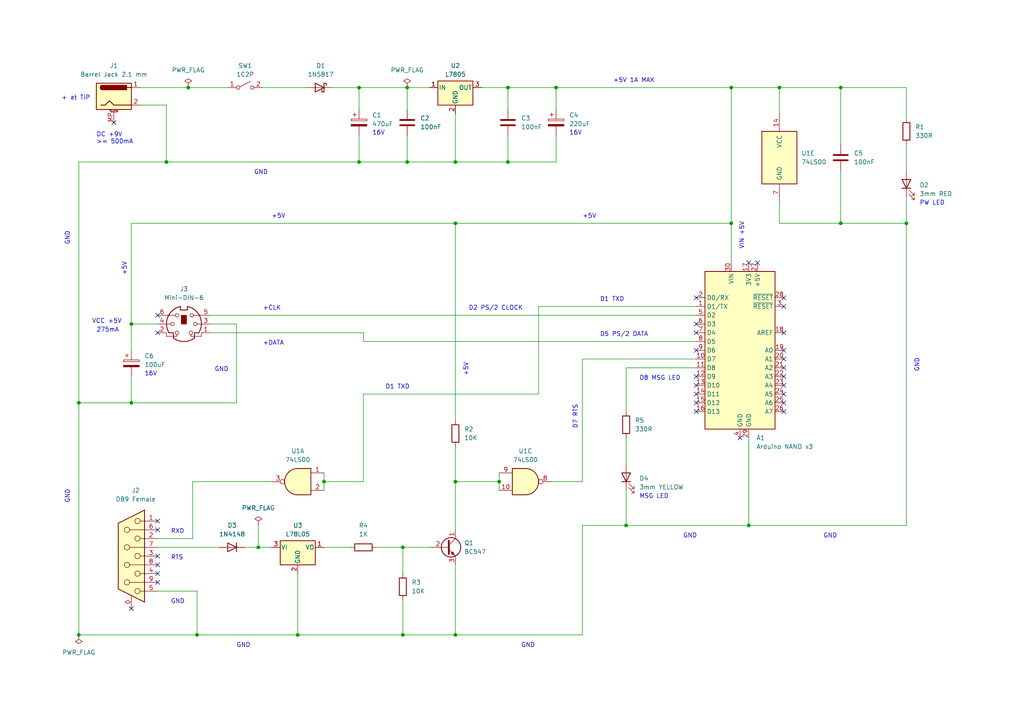
<source format=kicad_sch>
(kicad_sch (version 20230121) (generator eeschema)
  (paper "A4")
  (title_block (title "Mouse PS/2 to Serial Adapter") (date "2023-08-10") (rev "2") (company "Cesar Rincon") (comment 1 "NightFox & Co.") (comment 2 "nightfoxandco.com") (comment 3 "contact@nightfoxandco.com") (comment 4 "v1.0.1   -   \"Stand Alone\" version"))
  (lib_symbols
    (symbol "74xx:74LS00" (pin_names (offset 1.016))
      (property "Reference" "U" (at 0 1.27 0))
      (property "Value" "74LS00" (at 0 -1.27 0))
      (symbol "74LS00_1_1"
        (arc (start 0 -3.81) (mid 3.7934 0) (end 0 3.81) (stroke (width 0.254)) (fill (type background)))
        (polyline (pts (xy 0 3.81) (xy -3.81 3.81) (xy -3.81 -3.81) (xy 0 -3.81)) (stroke (width 0.254)) (fill (type background)))
        (pin input line (at -7.62 2.54 0) (length 3.81) (name "~") (number "1"))
        (pin input line (at -7.62 -2.54 0) (length 3.81) (name "~") (number "2"))
        (pin output inverted (at 7.62 0 180) (length 3.81) (name "~") (number "3"))
      )
      (symbol "74LS00_1_2"
        (arc (start -3.81 -3.81) (mid -2.589 0) (end -3.81 3.81) (stroke (width 0.254)))
        (arc (start -0.6096 -3.81) (mid 2.1842 -2.5851) (end 3.81 0) (stroke (width 0.254)) (fill (type background)))
        (polyline (pts (xy -3.81 -3.81) (xy -0.635 -3.81)) (stroke (width 0.254)) (fill (type background)))
        (polyline (pts (xy -3.81 3.81) (xy -0.635 3.81)) (stroke (width 0.254)) (fill (type background)))
        (polyline (pts (xy -0.635 3.81) (xy -3.81 3.81) (xy -3.81 3.81) (xy -3.556 3.4036) (xy -3.0226 2.2606) (xy -2.6924 1.0414) (xy -2.6162 -0.254) (xy -2.7686 -1.4986) (xy -3.175 -2.7178) (xy -3.81 -3.81) (xy -3.81 -3.81) (xy -0.635 -3.81)) (stroke (width -25.4)) (fill (type background)))
        (arc (start 3.81 0) (mid 2.1915 2.5936) (end -0.6096 3.81) (stroke (width 0.254)) (fill (type background)))
        (pin input inverted (at -7.62 2.54 0) (length 4.318) (name "~") (number "1"))
        (pin input inverted (at -7.62 -2.54 0) (length 4.318) (name "~") (number "2"))
        (pin output line (at 7.62 0 180) (length 3.81) (name "~") (number "3"))
      )
      (symbol "74LS00_2_1"
        (arc (start 0 -3.81) (mid 3.7934 0) (end 0 3.81) (stroke (width 0.254)) (fill (type background)))
        (polyline (pts (xy 0 3.81) (xy -3.81 3.81) (xy -3.81 -3.81) (xy 0 -3.81)) (stroke (width 0.254)) (fill (type background)))
        (pin input line (at -7.62 2.54 0) (length 3.81) (name "~") (number "4"))
        (pin input line (at -7.62 -2.54 0) (length 3.81) (name "~") (number "5"))
        (pin output inverted (at 7.62 0 180) (length 3.81) (name "~") (number "6"))
      )
      (symbol "74LS00_2_2"
        (arc (start -3.81 -3.81) (mid -2.589 0) (end -3.81 3.81) (stroke (width 0.254)))
        (arc (start -0.6096 -3.81) (mid 2.1842 -2.5851) (end 3.81 0) (stroke (width 0.254)) (fill (type background)))
        (polyline (pts (xy -3.81 -3.81) (xy -0.635 -3.81)) (stroke (width 0.254)) (fill (type background)))
        (polyline (pts (xy -3.81 3.81) (xy -0.635 3.81)) (stroke (width 0.254)) (fill (type background)))
        (polyline (pts (xy -0.635 3.81) (xy -3.81 3.81) (xy -3.81 3.81) (xy -3.556 3.4036) (xy -3.0226 2.2606) (xy -2.6924 1.0414) (xy -2.6162 -0.254) (xy -2.7686 -1.4986) (xy -3.175 -2.7178) (xy -3.81 -3.81) (xy -3.81 -3.81) (xy -0.635 -3.81)) (stroke (width -25.4)) (fill (type background)))
        (arc (start 3.81 0) (mid 2.1915 2.5936) (end -0.6096 3.81) (stroke (width 0.254)) (fill (type background)))
        (pin input inverted (at -7.62 2.54 0) (length 4.318) (name "~") (number "4"))
        (pin input inverted (at -7.62 -2.54 0) (length 4.318) (name "~") (number "5"))
        (pin output line (at 7.62 0 180) (length 3.81) (name "~") (number "6"))
      )
      (symbol "74LS00_3_1"
        (arc (start 0 -3.81) (mid 3.7934 0) (end 0 3.81) (stroke (width 0.254)) (fill (type background)))
        (polyline (pts (xy 0 3.81) (xy -3.81 3.81) (xy -3.81 -3.81) (xy 0 -3.81)) (stroke (width 0.254)) (fill (type background)))
        (pin input line (at -7.62 -2.54 0) (length 3.81) (name "~") (number "10"))
        (pin output inverted (at 7.62 0 180) (length 3.81) (name "~") (number "8"))
        (pin input line (at -7.62 2.54 0) (length 3.81) (name "~") (number "9"))
      )
      (symbol "74LS00_3_2"
        (arc (start -3.81 -3.81) (mid -2.589 0) (end -3.81 3.81) (stroke (width 0.254)))
        (arc (start -0.6096 -3.81) (mid 2.1842 -2.5851) (end 3.81 0) (stroke (width 0.254)) (fill (type background)))
        (polyline (pts (xy -3.81 -3.81) (xy -0.635 -3.81)) (stroke (width 0.254)) (fill (type background)))
        (polyline (pts (xy -3.81 3.81) (xy -0.635 3.81)) (stroke (width 0.254)) (fill (type background)))
        (polyline (pts (xy -0.635 3.81) (xy -3.81 3.81) (xy -3.81 3.81) (xy -3.556 3.4036) (xy -3.0226 2.2606) (xy -2.6924 1.0414) (xy -2.6162 -0.254) (xy -2.7686 -1.4986) (xy -3.175 -2.7178) (xy -3.81 -3.81) (xy -3.81 -3.81) (xy -0.635 -3.81)) (stroke (width -25.4)) (fill (type background)))
        (arc (start 3.81 0) (mid 2.1915 2.5936) (end -0.6096 3.81) (stroke (width 0.254)) (fill (type background)))
        (pin input inverted (at -7.62 -2.54 0) (length 4.318) (name "~") (number "10"))
        (pin output line (at 7.62 0 180) (length 3.81) (name "~") (number "8"))
        (pin input inverted (at -7.62 2.54 0) (length 4.318) (name "~") (number "9"))
      )
      (symbol "74LS00_4_1"
        (arc (start 0 -3.81) (mid 3.7934 0) (end 0 3.81) (stroke (width 0.254)) (fill (type background)))
        (polyline (pts (xy 0 3.81) (xy -3.81 3.81) (xy -3.81 -3.81) (xy 0 -3.81)) (stroke (width 0.254)) (fill (type background)))
        (pin output inverted (at 7.62 0 180) (length 3.81) (name "~") (number "11"))
        (pin input line (at -7.62 2.54 0) (length 3.81) (name "~") (number "12"))
        (pin input line (at -7.62 -2.54 0) (length 3.81) (name "~") (number "13"))
      )
      (symbol "74LS00_4_2"
        (arc (start -3.81 -3.81) (mid -2.589 0) (end -3.81 3.81) (stroke (width 0.254)))
        (arc (start -0.6096 -3.81) (mid 2.1842 -2.5851) (end 3.81 0) (stroke (width 0.254)) (fill (type background)))
        (polyline (pts (xy -3.81 -3.81) (xy -0.635 -3.81)) (stroke (width 0.254)) (fill (type background)))
        (polyline (pts (xy -3.81 3.81) (xy -0.635 3.81)) (stroke (width 0.254)) (fill (type background)))
        (polyline (pts (xy -0.635 3.81) (xy -3.81 3.81) (xy -3.81 3.81) (xy -3.556 3.4036) (xy -3.0226 2.2606) (xy -2.6924 1.0414) (xy -2.6162 -0.254) (xy -2.7686 -1.4986) (xy -3.175 -2.7178) (xy -3.81 -3.81) (xy -3.81 -3.81) (xy -0.635 -3.81)) (stroke (width -25.4)) (fill (type background)))
        (arc (start 3.81 0) (mid 2.1915 2.5936) (end -0.6096 3.81) (stroke (width 0.254)) (fill (type background)))
        (pin output line (at 7.62 0 180) (length 3.81) (name "~") (number "11"))
        (pin input inverted (at -7.62 2.54 0) (length 4.318) (name "~") (number "12"))
        (pin input inverted (at -7.62 -2.54 0) (length 4.318) (name "~") (number "13"))
      )
      (symbol "74LS00_5_0"
        (pin power_in line (at 0 12.7 270) (length 5.08) (name "VCC") (number "14"))
        (pin power_in line (at 0 -12.7 90) (length 5.08) (name "GND") (number "7"))
      )
      (symbol "74LS00_5_1"
        (rectangle (start -5.08 7.62) (end 5.08 -7.62) (stroke (width 0.254)) (fill (type background)))
      )
    )
    (symbol "Connector:Barrel_Jack_MountingPin" (pin_names hide)
      (property "Reference" "J" (at 0 5.334 0))
      (property "Value" "Barrel_Jack_MountingPin" (at 1.27 -6.35 0))
      (symbol "Barrel_Jack_MountingPin_0_1"
        (rectangle (start -5.08 3.81) (end 5.08 -3.81) (stroke (width 0.254)) (fill (type background)))
        (arc (start -3.302 3.175) (mid -3.9343 2.54) (end -3.302 1.905) (stroke (width 0.254)))
        (arc (start -3.302 3.175) (mid -3.9343 2.54) (end -3.302 1.905) (stroke (width 0.254)) (fill (type outline)))
        (polyline (pts (xy 5.08 2.54) (xy 3.81 2.54)) (stroke (width 0.254)))
        (polyline (pts (xy -3.81 -2.54) (xy -2.54 -2.54) (xy -1.27 -1.27) (xy 0 -2.54) (xy 2.54 -2.54) (xy 5.08 -2.54)) (stroke (width 0.254)))
        (rectangle (start 3.683 3.175) (end -3.302 1.905) (stroke (width 0.254)) (fill (type outline)))
      )
      (symbol "Barrel_Jack_MountingPin_1_1"
        (polyline (pts (xy -1.016 -4.572) (xy 1.016 -4.572)) (stroke (width 0.1524)))
        (text "Mounting" (at 0 -4.191 0) (effects (font (size 0.381 0.381))))
        (pin passive line (at 7.62 2.54 180) (length 2.54) (name "~") (number "1"))
        (pin passive line (at 7.62 -2.54 180) (length 2.54) (name "~") (number "2"))
        (pin passive line (at 0 -7.62 90) (length 3.048) (name "MountPin") (number "MP"))
      )
    )
    (symbol "Connector:DE9_Receptacle_MountingHoles" (pin_names (offset 1.016) hide)
      (property "Reference" "J" (at 0 16.51 0))
      (property "Value" "DE9_Receptacle_MountingHoles" (at 0 14.605 0))
      (symbol "DE9_Receptacle_MountingHoles_0_1"
        (circle (center -1.778 -10.16) (radius 0.762))
        (circle (center -1.778 -5.08) (radius 0.762))
        (circle (center -1.778 0) (radius 0.762))
        (circle (center -1.778 5.08) (radius 0.762))
        (circle (center -1.778 10.16) (radius 0.762))
        (polyline (pts (xy -3.81 -10.16) (xy -2.54 -10.16)))
        (polyline (pts (xy -3.81 -7.62) (xy 0.508 -7.62)))
        (polyline (pts (xy -3.81 -5.08) (xy -2.54 -5.08)))
        (polyline (pts (xy -3.81 -2.54) (xy 0.508 -2.54)))
        (polyline (pts (xy -3.81 0) (xy -2.54 0)))
        (polyline (pts (xy -3.81 2.54) (xy 0.508 2.54)))
        (polyline (pts (xy -3.81 5.08) (xy -2.54 5.08)))
        (polyline (pts (xy -3.81 7.62) (xy 0.508 7.62)))
        (polyline (pts (xy -3.81 10.16) (xy -2.54 10.16)))
        (polyline (pts (xy -3.81 13.335) (xy -3.81 -13.335) (xy 3.81 -9.525) (xy 3.81 9.525) (xy -3.81 13.335)) (stroke (width 0.254)) (fill (type background)))
        (circle (center 1.27 -7.62) (radius 0.762))
        (circle (center 1.27 -2.54) (radius 0.762))
        (circle (center 1.27 2.54) (radius 0.762))
        (circle (center 1.27 7.62) (radius 0.762))
      )
      (symbol "DE9_Receptacle_MountingHoles_1_1"
        (pin passive line (at 0 -15.24 90) (length 3.81) (name "PAD") (number "0"))
        (pin passive line (at -7.62 10.16 0) (length 3.81) (name "1") (number "1"))
        (pin passive line (at -7.62 5.08 0) (length 3.81) (name "2") (number "2"))
        (pin passive line (at -7.62 0 0) (length 3.81) (name "3") (number "3"))
        (pin passive line (at -7.62 -5.08 0) (length 3.81) (name "4") (number "4"))
        (pin passive line (at -7.62 -10.16 0) (length 3.81) (name "5") (number "5"))
        (pin passive line (at -7.62 7.62 0) (length 3.81) (name "6") (number "6"))
        (pin passive line (at -7.62 2.54 0) (length 3.81) (name "7") (number "7"))
        (pin passive line (at -7.62 -2.54 0) (length 3.81) (name "8") (number "8"))
        (pin passive line (at -7.62 -7.62 0) (length 3.81) (name "9") (number "9"))
      )
    )
    (symbol "Connector:Mini-DIN-6" (pin_names (offset 1.016))
      (property "Reference" "J" (at 0 6.35 0))
      (property "Value" "Mini-DIN-6" (at 0 -6.35 0))
      (symbol "Mini-DIN-6_0_1"
        (circle (center -3.302 0) (radius 0.508))
        (arc (start -3.048 -4.064) (mid 0 -5.08) (end 3.048 -4.064) (stroke (width 0.254)))
        (circle (center -2.032 -2.54) (radius 0.508))
        (circle (center -2.032 2.54) (radius 0.508))
        (arc (start -1.016 5.08) (mid -4.6228 2.1214) (end -4.318 -2.54) (stroke (width 0.254)))
        (rectangle (start -0.762 2.54) (end 0.762 0) (fill (type outline)))
        (polyline (pts (xy -3.81 0) (xy -5.08 0)))
        (polyline (pts (xy -2.54 2.54) (xy -5.08 2.54)))
        (polyline (pts (xy 2.794 2.54) (xy 5.08 2.54)))
        (polyline (pts (xy 5.08 0) (xy 3.81 0)))
        (polyline (pts (xy -4.318 -2.54) (xy -3.048 -2.54) (xy -3.048 -4.064)) (stroke (width 0.254)))
        (polyline (pts (xy 4.318 -2.54) (xy 3.048 -2.54) (xy 3.048 -4.064)) (stroke (width 0.254)))
        (polyline (pts (xy -2.032 -3.048) (xy -2.032 -3.556) (xy -5.08 -3.556) (xy -5.08 -2.54)))
        (polyline (pts (xy -1.016 5.08) (xy -1.016 4.064) (xy 1.016 4.064) (xy 1.016 5.08)) (stroke (width 0.254)))
        (polyline (pts (xy 2.032 -3.048) (xy 2.032 -3.556) (xy 5.08 -3.556) (xy 5.08 -2.54)))
        (circle (center 2.032 -2.54) (radius 0.508))
        (circle (center 2.286 2.54) (radius 0.508))
        (circle (center 3.302 0) (radius 0.508))
        (arc (start 4.318 -2.54) (mid 4.6661 2.1322) (end 1.016 5.08) (stroke (width 0.254)))
      )
      (symbol "Mini-DIN-6_1_1"
        (pin passive line (at 7.62 -2.54 180) (length 2.54) (name "~") (number "1"))
        (pin passive line (at -7.62 -2.54 0) (length 2.54) (name "~") (number "2"))
        (pin passive line (at 7.62 0 180) (length 2.54) (name "~") (number "3"))
        (pin passive line (at -7.62 0 0) (length 2.54) (name "~") (number "4"))
        (pin passive line (at 7.62 2.54 180) (length 2.54) (name "~") (number "5"))
        (pin passive line (at -7.62 2.54 0) (length 2.54) (name "~") (number "6"))
      )
    )
    (symbol "Device:C" (pin_numbers hide) (pin_names (offset 0.254))
      (property "Reference" "C" (at 0.635 2.54 0))
      (property "Value" "C" (at 0.635 -2.54 0))
      (symbol "C_0_1"
        (polyline (pts (xy -2.032 -0.762) (xy 2.032 -0.762)) (stroke (width 0.508)))
        (polyline (pts (xy -2.032 0.762) (xy 2.032 0.762)) (stroke (width 0.508)))
      )
      (symbol "C_1_1"
        (pin passive line (at 0 3.81 270) (length 2.794) (name "~") (number "1"))
        (pin passive line (at 0 -3.81 90) (length 2.794) (name "~") (number "2"))
      )
    )
    (symbol "Device:C_Polarized" (pin_numbers hide) (pin_names (offset 0.254))
      (property "Reference" "C" (at 0.635 2.54 0))
      (property "Value" "C_Polarized" (at 0.635 -2.54 0))
      (symbol "C_Polarized_0_1"
        (rectangle (start -2.286 0.508) (end 2.286 1.016))
        (polyline (pts (xy -1.778 2.286) (xy -0.762 2.286)))
        (polyline (pts (xy -1.27 2.794) (xy -1.27 1.778)))
        (rectangle (start 2.286 -0.508) (end -2.286 -1.016) (fill (type outline)))
      )
      (symbol "C_Polarized_1_1"
        (pin passive line (at 0 3.81 270) (length 2.794) (name "~") (number "1"))
        (pin passive line (at 0 -3.81 90) (length 2.794) (name "~") (number "2"))
      )
    )
    (symbol "Device:LED" (pin_numbers hide) (pin_names (offset 1.016) hide)
      (property "Reference" "D" (at 0 2.54 0))
      (property "Value" "LED" (at 0 -2.54 0))
      (symbol "LED_0_1"
        (polyline (pts (xy -1.27 -1.27) (xy -1.27 1.27)) (stroke (width 0.254)))
        (polyline (pts (xy -1.27 0) (xy 1.27 0)))
        (polyline (pts (xy 1.27 -1.27) (xy 1.27 1.27) (xy -1.27 0) (xy 1.27 -1.27)) (stroke (width 0.254)))
        (polyline (pts (xy -3.048 -0.762) (xy -4.572 -2.286) (xy -3.81 -2.286) (xy -4.572 -2.286) (xy -4.572 -1.524)))
        (polyline (pts (xy -1.778 -0.762) (xy -3.302 -2.286) (xy -2.54 -2.286) (xy -3.302 -2.286) (xy -3.302 -1.524)))
      )
      (symbol "LED_1_1"
        (pin passive line (at -3.81 0 0) (length 2.54) (name "K") (number "1"))
        (pin passive line (at 3.81 0 180) (length 2.54) (name "A") (number "2"))
      )
    )
    (symbol "Device:R" (pin_numbers hide) (pin_names (offset 0))
      (property "Reference" "R" (at 2.032 0 90))
      (property "Value" "R" (at 0 0 90))
      (symbol "R_0_1"
        (rectangle (start -1.016 -2.54) (end 1.016 2.54) (stroke (width 0.254)))
      )
      (symbol "R_1_1"
        (pin passive line (at 0 3.81 270) (length 1.27) (name "~") (number "1"))
        (pin passive line (at 0 -3.81 90) (length 1.27) (name "~") (number "2"))
      )
    )
    (symbol "Diode:1N4148" (pin_numbers hide) (pin_names hide)
      (property "Reference" "D" (at 0 2.54 0))
      (property "Value" "1N4148" (at 0 -2.54 0))
      (symbol "1N4148_0_1"
        (polyline (pts (xy -1.27 1.27) (xy -1.27 -1.27)) (stroke (width 0.254)))
        (polyline (pts (xy 1.27 0) (xy -1.27 0)))
        (polyline (pts (xy 1.27 1.27) (xy 1.27 -1.27) (xy -1.27 0) (xy 1.27 1.27)) (stroke (width 0.254)))
      )
      (symbol "1N4148_1_1"
        (pin passive line (at -3.81 0 0) (length 2.54) (name "K") (number "1"))
        (pin passive line (at 3.81 0 180) (length 2.54) (name "A") (number "2"))
      )
    )
    (symbol "Diode:1N5817" (pin_numbers hide) (pin_names (offset 1.016) hide)
      (property "Reference" "D" (at 0 2.54 0))
      (property "Value" "1N5817" (at 0 -2.54 0))
      (symbol "1N5817_0_1"
        (polyline (pts (xy 1.27 0) (xy -1.27 0)))
        (polyline (pts (xy 1.27 1.27) (xy 1.27 -1.27) (xy -1.27 0) (xy 1.27 1.27)) (stroke (width 0.254)))
        (polyline (pts (xy -1.905 0.635) (xy -1.905 1.27) (xy -1.27 1.27) (xy -1.27 -1.27) (xy -0.635 -1.27) (xy -0.635 -0.635)) (stroke (width 0.254)))
      )
      (symbol "1N5817_1_1"
        (pin passive line (at -3.81 0 0) (length 2.54) (name "K") (number "1"))
        (pin passive line (at 3.81 0 180) (length 2.54) (name "A") (number "2"))
      )
    )
    (symbol "MCU_Module:Arduino_Nano_v3.x"
      (property "Reference" "A" (at -10.16 23.495 0))
      (property "Value" "Arduino_Nano_v3.x" (at 5.08 -24.13 0))
      (symbol "Arduino_Nano_v3.x_0_1"
        (rectangle (start -10.16 22.86) (end 10.16 -22.86) (stroke (width 0.254)) (fill (type background)))
      )
      (symbol "Arduino_Nano_v3.x_1_1"
        (pin bidirectional line (at -12.7 12.7 0) (length 2.54) (name "D1/TX") (number "1"))
        (pin bidirectional line (at -12.7 -2.54 0) (length 2.54) (name "D7") (number "10"))
        (pin bidirectional line (at -12.7 -5.08 0) (length 2.54) (name "D8") (number "11"))
        (pin bidirectional line (at -12.7 -7.62 0) (length 2.54) (name "D9") (number "12"))
        (pin bidirectional line (at -12.7 -10.16 0) (length 2.54) (name "D10") (number "13"))
        (pin bidirectional line (at -12.7 -12.7 0) (length 2.54) (name "D11") (number "14"))
        (pin bidirectional line (at -12.7 -15.24 0) (length 2.54) (name "D12") (number "15"))
        (pin bidirectional line (at -12.7 -17.78 0) (length 2.54) (name "D13") (number "16"))
        (pin power_out line (at 2.54 25.4 270) (length 2.54) (name "3V3") (number "17"))
        (pin input line (at 12.7 5.08 180) (length 2.54) (name "AREF") (number "18"))
        (pin bidirectional line (at 12.7 0 180) (length 2.54) (name "A0") (number "19"))
        (pin bidirectional line (at -12.7 15.24 0) (length 2.54) (name "D0/RX") (number "2"))
        (pin bidirectional line (at 12.7 -2.54 180) (length 2.54) (name "A1") (number "20"))
        (pin bidirectional line (at 12.7 -5.08 180) (length 2.54) (name "A2") (number "21"))
        (pin bidirectional line (at 12.7 -7.62 180) (length 2.54) (name "A3") (number "22"))
        (pin bidirectional line (at 12.7 -10.16 180) (length 2.54) (name "A4") (number "23"))
        (pin bidirectional line (at 12.7 -12.7 180) (length 2.54) (name "A5") (number "24"))
        (pin bidirectional line (at 12.7 -15.24 180) (length 2.54) (name "A6") (number "25"))
        (pin bidirectional line (at 12.7 -17.78 180) (length 2.54) (name "A7") (number "26"))
        (pin power_out line (at 5.08 25.4 270) (length 2.54) (name "+5V") (number "27"))
        (pin input line (at 12.7 15.24 180) (length 2.54) (name "~{RESET}") (number "28"))
        (pin power_in line (at 2.54 -25.4 90) (length 2.54) (name "GND") (number "29"))
        (pin input line (at 12.7 12.7 180) (length 2.54) (name "~{RESET}") (number "3"))
        (pin power_in line (at -2.54 25.4 270) (length 2.54) (name "VIN") (number "30"))
        (pin power_in line (at 0 -25.4 90) (length 2.54) (name "GND") (number "4"))
        (pin bidirectional line (at -12.7 10.16 0) (length 2.54) (name "D2") (number "5"))
        (pin bidirectional line (at -12.7 7.62 0) (length 2.54) (name "D3") (number "6"))
        (pin bidirectional line (at -12.7 5.08 0) (length 2.54) (name "D4") (number "7"))
        (pin bidirectional line (at -12.7 2.54 0) (length 2.54) (name "D5") (number "8"))
        (pin bidirectional line (at -12.7 0 0) (length 2.54) (name "D6") (number "9"))
      )
    )
    (symbol "Regulator_Linear:L7805" (pin_names (offset 0.254))
      (property "Reference" "U" (at -3.81 3.175 0))
      (property "Value" "L7805" (at 0 3.175 0))
      (symbol "L7805_0_1"
        (rectangle (start -5.08 1.905) (end 5.08 -5.08) (stroke (width 0.254)) (fill (type background)))
      )
      (symbol "L7805_1_1"
        (pin power_in line (at -7.62 0 0) (length 2.54) (name "IN") (number "1"))
        (pin power_in line (at 0 -7.62 90) (length 2.54) (name "GND") (number "2"))
        (pin power_out line (at 7.62 0 180) (length 2.54) (name "OUT") (number "3"))
      )
    )
    (symbol "Regulator_Linear:L78L05_TO92" (pin_names (offset 0.254))
      (property "Reference" "U" (at -3.81 3.175 0))
      (property "Value" "L78L05_TO92" (at 0 3.175 0))
      (symbol "L78L05_TO92_0_1"
        (rectangle (start -5.08 -5.08) (end 5.08 1.905) (stroke (width 0.254)) (fill (type background)))
      )
      (symbol "L78L05_TO92_1_1"
        (pin power_out line (at 7.62 0 180) (length 2.54) (name "VO") (number "1"))
        (pin power_in line (at 0 -7.62 90) (length 2.54) (name "GND") (number "2"))
        (pin power_in line (at -7.62 0 0) (length 2.54) (name "VI") (number "3"))
      )
    )
    (symbol "Switch:SW_SPST" (pin_names (offset 0) hide)
      (property "Reference" "SW" (at 0 3.175 0))
      (property "Value" "SW_SPST" (at 0 -2.54 0))
      (symbol "SW_SPST_0_0"
        (circle (center -2.032 0) (radius 0.508))
        (polyline (pts (xy -1.524 0.254) (xy 1.524 1.778)))
        (circle (center 2.032 0) (radius 0.508))
      )
      (symbol "SW_SPST_1_1"
        (pin passive line (at -5.08 0 0) (length 2.54) (name "A") (number "1"))
        (pin passive line (at 5.08 0 180) (length 2.54) (name "B") (number "2"))
      )
    )
    (symbol "Transistor_BJT:BC547" (pin_names (offset 0) hide)
      (property "Reference" "Q" (at 5.08 1.905 0))
      (property "Value" "BC547" (at 5.08 0 0))
      (symbol "BC547_0_1"
        (polyline (pts (xy 0 0) (xy 0.635 0)))
        (polyline (pts (xy 0.635 0.635) (xy 2.54 2.54)))
        (polyline (pts (xy 0.635 -0.635) (xy 2.54 -2.54) (xy 2.54 -2.54)))
        (polyline (pts (xy 0.635 1.905) (xy 0.635 -1.905) (xy 0.635 -1.905)) (stroke (width 0.508)))
        (polyline (pts (xy 1.27 -1.778) (xy 1.778 -1.27) (xy 2.286 -2.286) (xy 1.27 -1.778) (xy 1.27 -1.778)) (fill (type outline)))
        (circle (center 1.27 0) (radius 2.8194) (stroke (width 0.254)))
      )
      (symbol "BC547_1_1"
        (pin passive line (at 2.54 5.08 270) (length 2.54) (name "C") (number "1"))
        (pin input line (at -5.08 0 0) (length 5.08) (name "B") (number "2"))
        (pin passive line (at 2.54 -5.08 90) (length 2.54) (name "E") (number "3"))
      )
    )
    (symbol "power:PWR_FLAG" (power) (pin_numbers hide) (pin_names (offset 0) hide)
      (property "Value" "PWR_FLAG" (at 0 3.81 0))
      (symbol "PWR_FLAG_0_0"
        (pin power_out line (at 0 0 90) (length 0) (name "pwr") (number "1"))
      )
      (symbol "PWR_FLAG_0_1"
        (polyline (pts (xy 0 0) (xy 0 1.27) (xy -1.016 1.905) (xy 0 2.54) (xy 1.016 1.905) (xy 0 1.27)))
      )
    )
  )
  (junction (at 262.89 64.77))
  (junction (at 118.11 46.99))
  (junction (at 144.78 139.7))
  (junction (at 104.14 46.99))
  (junction (at 38.1 93.98))
  (junction (at 54.61 25.4))
  (junction (at 212.09 64.77))
  (junction (at 181.61 152.4))
  (junction (at 104.14 25.4))
  (junction (at 93.98 139.7))
  (junction (at 212.09 25.4))
  (junction (at 132.08 184.15))
  (junction (at 116.84 158.75))
  (junction (at 118.11 25.4))
  (junction (at 48.26 46.99))
  (junction (at 161.29 25.4))
  (junction (at 38.1 116.84))
  (junction (at 132.08 46.99))
  (junction (at 132.08 64.77))
  (junction (at 147.32 46.99))
  (junction (at 74.93 158.75))
  (junction (at 57.15 184.15))
  (junction (at 243.84 25.4))
  (junction (at 243.84 64.77))
  (junction (at 132.08 139.7))
  (junction (at 116.84 184.15))
  (junction (at 226.06 25.4))
  (junction (at 86.36 184.15))
  (junction (at 217.17 152.4))
  (junction (at 147.32 25.4))
  (junction (at 22.86 116.84))
  (junction (at 22.86 184.15))
  (no_connect (at 219.71 76.2))
  (no_connect (at 227.33 114.3))
  (no_connect (at 33.02 35.56))
  (no_connect (at 227.33 104.14))
  (no_connect (at 45.72 153.67))
  (no_connect (at 45.72 163.83))
  (no_connect (at 227.33 119.38))
  (no_connect (at 227.33 88.9))
  (no_connect (at 45.72 91.44))
  (no_connect (at 201.93 96.52))
  (no_connect (at 227.33 96.52))
  (no_connect (at 217.17 76.2))
  (no_connect (at 45.72 168.91))
  (no_connect (at 45.72 166.37))
  (no_connect (at 227.33 86.36))
  (no_connect (at 201.93 114.3))
  (no_connect (at 45.72 161.29))
  (no_connect (at 227.33 116.84))
  (no_connect (at 201.93 111.76))
  (no_connect (at 214.63 127))
  (no_connect (at 227.33 101.6))
  (no_connect (at 201.93 86.36))
  (no_connect (at 227.33 106.68))
  (no_connect (at 201.93 119.38))
  (no_connect (at 227.33 111.76))
  (no_connect (at 201.93 93.98))
  (no_connect (at 201.93 109.22))
  (no_connect (at 45.72 151.13))
  (no_connect (at 227.33 109.22))
  (no_connect (at 201.93 101.6))
  (no_connect (at 38.1 176.53))
  (no_connect (at 201.93 116.84))
  (no_connect (at 45.72 96.52))
  (wire (pts (xy 243.84 64.77) (xy 262.89 64.77)))
  (wire (pts (xy 139.7 25.4) (xy 147.32 25.4)))
  (wire (pts (xy 68.58 93.98) (xy 68.58 116.84)))
  (wire (pts (xy 160.02 139.7) (xy 168.91 139.7)))
  (wire (pts (xy 22.86 116.84) (xy 22.86 184.15)))
  (wire (pts (xy 132.08 64.77) (xy 212.09 64.77)))
  (wire (pts (xy 109.22 158.75) (xy 116.84 158.75)))
  (wire (pts (xy 144.78 137.16) (xy 144.78 139.7)))
  (wire (pts (xy 132.08 139.7) (xy 144.78 139.7)))
  (wire (pts (xy 55.88 139.7) (xy 78.74 139.7)))
  (wire (pts (xy 118.11 46.99) (xy 132.08 46.99)))
  (wire (pts (xy 262.89 25.4) (xy 262.89 34.29)))
  (wire (pts (xy 226.06 64.77) (xy 243.84 64.77)))
  (wire (pts (xy 147.32 25.4) (xy 147.32 31.75)))
  (wire (pts (xy 212.09 25.4) (xy 226.06 25.4)))
  (wire (pts (xy 132.08 64.77) (xy 132.08 121.92)))
  (wire (pts (xy 118.11 25.4) (xy 124.46 25.4)))
  (wire (pts (xy 76.2 25.4) (xy 88.9 25.4)))
  (wire (pts (xy 93.98 137.16) (xy 93.98 139.7)))
  (wire (pts (xy 104.14 46.99) (xy 118.11 46.99)))
  (wire (pts (xy 168.91 104.14) (xy 201.93 104.14)))
  (wire (pts (xy 161.29 25.4) (xy 161.29 31.75)))
  (wire (pts (xy 243.84 25.4) (xy 262.89 25.4)))
  (wire (pts (xy 181.61 127) (xy 181.61 134.62)))
  (wire (pts (xy 74.93 152.4) (xy 74.93 158.75)))
  (wire (pts (xy 118.11 25.4) (xy 118.11 31.75)))
  (wire (pts (xy 45.72 158.75) (xy 63.5 158.75)))
  (wire (pts (xy 45.72 156.21) (xy 55.88 156.21)))
  (wire (pts (xy 38.1 109.22) (xy 38.1 116.84)))
  (wire (pts (xy 74.93 158.75) (xy 78.74 158.75)))
  (wire (pts (xy 132.08 46.99) (xy 132.08 33.02)))
  (wire (pts (xy 71.12 158.75) (xy 74.93 158.75)))
  (wire (pts (xy 45.72 171.45) (xy 57.15 171.45)))
  (wire (pts (xy 116.84 184.15) (xy 132.08 184.15)))
  (wire (pts (xy 118.11 46.99) (xy 118.11 39.37)))
  (wire (pts (xy 156.21 114.3) (xy 156.21 88.9)))
  (wire (pts (xy 105.41 114.3) (xy 105.41 139.7)))
  (wire (pts (xy 201.93 106.68) (xy 181.61 106.68)))
  (wire (pts (xy 132.08 139.7) (xy 132.08 129.54)))
  (wire (pts (xy 168.91 139.7) (xy 168.91 104.14)))
  (wire (pts (xy 217.17 127) (xy 217.17 152.4)))
  (wire (pts (xy 60.96 93.98) (xy 68.58 93.98)))
  (wire (pts (xy 262.89 64.77) (xy 262.89 57.15)))
  (wire (pts (xy 38.1 64.77) (xy 132.08 64.77)))
  (wire (pts (xy 104.14 25.4) (xy 118.11 25.4)))
  (wire (pts (xy 132.08 184.15) (xy 168.91 184.15)))
  (wire (pts (xy 105.41 99.06) (xy 201.93 99.06)))
  (wire (pts (xy 57.15 184.15) (xy 86.36 184.15)))
  (wire (pts (xy 38.1 93.98) (xy 38.1 101.6)))
  (wire (pts (xy 93.98 139.7) (xy 93.98 142.24)))
  (wire (pts (xy 243.84 25.4) (xy 243.84 41.91)))
  (wire (pts (xy 48.26 46.99) (xy 22.86 46.99)))
  (wire (pts (xy 147.32 46.99) (xy 147.32 39.37)))
  (wire (pts (xy 226.06 58.42) (xy 226.06 64.77)))
  (wire (pts (xy 57.15 171.45) (xy 57.15 184.15)))
  (wire (pts (xy 262.89 152.4) (xy 262.89 64.77)))
  (wire (pts (xy 38.1 64.77) (xy 38.1 93.98)))
  (wire (pts (xy 60.96 91.44) (xy 201.93 91.44)))
  (wire (pts (xy 86.36 166.37) (xy 86.36 184.15)))
  (wire (pts (xy 156.21 88.9) (xy 201.93 88.9)))
  (wire (pts (xy 22.86 116.84) (xy 38.1 116.84)))
  (wire (pts (xy 38.1 116.84) (xy 68.58 116.84)))
  (wire (pts (xy 38.1 93.98) (xy 45.72 93.98)))
  (wire (pts (xy 40.64 25.4) (xy 54.61 25.4)))
  (wire (pts (xy 161.29 25.4) (xy 212.09 25.4)))
  (wire (pts (xy 93.98 158.75) (xy 101.6 158.75)))
  (wire (pts (xy 22.86 184.15) (xy 57.15 184.15)))
  (wire (pts (xy 262.89 41.91) (xy 262.89 49.53)))
  (wire (pts (xy 181.61 152.4) (xy 217.17 152.4)))
  (wire (pts (xy 48.26 46.99) (xy 104.14 46.99)))
  (wire (pts (xy 212.09 64.77) (xy 212.09 76.2)))
  (wire (pts (xy 147.32 25.4) (xy 161.29 25.4)))
  (wire (pts (xy 168.91 152.4) (xy 181.61 152.4)))
  (wire (pts (xy 168.91 152.4) (xy 168.91 184.15)))
  (wire (pts (xy 161.29 46.99) (xy 161.29 39.37)))
  (wire (pts (xy 116.84 158.75) (xy 116.84 166.37)))
  (wire (pts (xy 55.88 156.21) (xy 55.88 139.7)))
  (wire (pts (xy 144.78 139.7) (xy 144.78 142.24)))
  (wire (pts (xy 181.61 152.4) (xy 181.61 142.24)))
  (wire (pts (xy 104.14 25.4) (xy 104.14 31.75)))
  (wire (pts (xy 226.06 25.4) (xy 226.06 33.02)))
  (wire (pts (xy 132.08 163.83) (xy 132.08 184.15)))
  (wire (pts (xy 105.41 96.52) (xy 105.41 99.06)))
  (wire (pts (xy 116.84 158.75) (xy 124.46 158.75)))
  (wire (pts (xy 116.84 173.99) (xy 116.84 184.15)))
  (wire (pts (xy 40.64 30.48) (xy 48.26 30.48)))
  (wire (pts (xy 132.08 46.99) (xy 147.32 46.99)))
  (wire (pts (xy 132.08 139.7) (xy 132.08 153.67)))
  (wire (pts (xy 96.52 25.4) (xy 104.14 25.4)))
  (wire (pts (xy 93.98 139.7) (xy 105.41 139.7)))
  (wire (pts (xy 86.36 184.15) (xy 116.84 184.15)))
  (wire (pts (xy 243.84 49.53) (xy 243.84 64.77)))
  (wire (pts (xy 217.17 152.4) (xy 262.89 152.4)))
  (wire (pts (xy 181.61 106.68) (xy 181.61 119.38)))
  (wire (pts (xy 104.14 39.37) (xy 104.14 46.99)))
  (wire (pts (xy 147.32 46.99) (xy 161.29 46.99)))
  (wire (pts (xy 48.26 30.48) (xy 48.26 46.99)))
  (wire (pts (xy 212.09 25.4) (xy 212.09 64.77)))
  (wire (pts (xy 54.61 25.4) (xy 66.04 25.4)))
  (wire (pts (xy 226.06 25.4) (xy 243.84 25.4)))
  (wire (pts (xy 60.96 96.52) (xy 105.41 96.52)))
  (wire (pts (xy 22.86 46.99) (xy 22.86 116.84)))
  (wire (pts (xy 105.41 114.3) (xy 156.21 114.3)))
  (text "+CLK" (at 76.2 90.17 0) (effects (font (size 1.27 1.27)) (justify left bottom)))
  (text "PW LED" (at 266.7 59.69 0) (effects (font (size 1.27 1.27)) (justify left bottom)))
  (text "GND" (at 62.23 107.95 0) (effects (font (size 1.27 1.27)) (justify left bottom)))
  (text "GND" (at 266.7 107.95 90) (effects (font (size 1.27 1.27)) (justify left bottom)))
  (text "16V" (at 165.1 39.37 0) (effects (font (size 1.27 1.27)) (justify left bottom)))
  (text "VCC +5V" (at 26.67 93.98 0) (effects (font (size 1.27 1.27)) (justify left bottom)))
  (text "16V" (at 41.91 109.22 0) (effects (font (size 1.27 1.27)) (justify left bottom)))
  (text "GND" (at 20.32 71.12 90) (effects (font (size 1.27 1.27)) (justify left bottom)))
  (text "MSG LED" (at 185.42 144.78 0) (effects (font (size 1.27 1.27)) (justify left bottom)))
  (text "+5V" (at 135.89 109.22 90) (effects (font (size 1.27 1.27)) (justify left bottom)))
  (text "D8 MSG LED" (at 185.42 110.49 0) (effects (font (size 1.27 1.27)) (justify left bottom)))
  (text "DC +9V\n>= 500mA" (at 27.94 41.91 0) (effects (font (size 1.27 1.27)) (justify left bottom)))
  (text "GND" (at 198.12 156.21 0) (effects (font (size 1.27 1.27)) (justify left bottom)))
  (text "RTS" (at 49.53 162.56 0) (effects (font (size 1.27 1.27)) (justify left bottom)))
  (text "D5 PS/2 DATA" (at 173.99 97.79 0) (effects (font (size 1.27 1.27)) (justify left bottom)))
  (text "D1 TXD" (at 173.99 87.63 0) (effects (font (size 1.27 1.27)) (justify left bottom)))
  (text "D1 TXD" (at 111.76 113.03 0) (effects (font (size 1.27 1.27)) (justify left bottom)))
  (text "D2 PS/2 CLOCK" (at 135.89 90.17 0) (effects (font (size 1.27 1.27)) (justify left bottom)))
  (text "GND" (at 68.58 187.96 0) (effects (font (size 1.27 1.27)) (justify left bottom)))
  (text "+5V" (at 36.83 80.01 90) (effects (font (size 1.27 1.27)) (justify left bottom)))
  (text "GND" (at 151.13 187.96 0) (effects (font (size 1.27 1.27)) (justify left bottom)))
  (text "GND" (at 49.53 175.26 0) (effects (font (size 1.27 1.27)) (justify left bottom)))
  (text "+ at TIP" (at 17.78 29.21 0) (effects (font (size 1.27 1.27)) (justify left bottom)))
  (text "16V" (at 107.95 39.37 0) (effects (font (size 1.27 1.27)) (justify left bottom)))
  (text "VIN +5V" (at 215.9 72.39 90) (effects (font (size 1.27 1.27)) (justify left bottom)))
  (text "RXD" (at 49.53 154.94 0) (effects (font (size 1.27 1.27)) (justify left bottom)))
  (text "D7 RTS" (at 167.64 124.46 90) (effects (font (size 1.27 1.27)) (justify left bottom)))
  (text "GND" (at 20.32 146.05 90) (effects (font (size 1.27 1.27)) (justify left bottom)))
  (text "+5V 1A MAX" (at 177.8 24.13 0) (effects (font (size 1.27 1.27)) (justify left bottom)))
  (text "+DATA" (at 76.2 100.33 0) (effects (font (size 1.27 1.27)) (justify left bottom)))
  (text "GND" (at 238.76 156.21 0) (effects (font (size 1.27 1.27)) (justify left bottom)))
  (text "+5V" (at 168.91 63.5 0) (effects (font (size 1.27 1.27)) (justify left bottom)))
  (text "275mA" (at 27.94 96.52 0) (effects (font (size 1.27 1.27)) (justify left bottom)))
  (text "+5V" (at 78.74 63.5 0) (effects (font (size 1.27 1.27)) (justify left bottom)))
  (text "GND" (at 73.66 50.8 0) (effects (font (size 1.27 1.27)) (justify left bottom)))
  (symbol (lib_id "Device:C") (at 243.84 45.72 0) (unit 1)
    (property "Reference" "C5" (at 247.65 44.45 0) (effects (justify left)))
    (property "Value" "100nF" (at 247.65 46.99 0) (effects (justify left)))
    (property "Footprint" "Capacitor_THT:C_Disc_D6.0mm_W2.5mm_P5.00mm" (effects hide))
  )
  (symbol (lib_id "Device:R") (at 262.89 38.1 0) (unit 1)
    (property "Reference" "R1" (at 265.43 36.83 0) (effects (justify left)))
    (property "Value" "330R" (at 265.43 39.37 0) (effects (justify left)))
    (property "Footprint" "Resistor_THT:R_Axial_DIN0207_L6.3mm_D2.5mm_P7.62mm_Horizontal" (effects hide))
  )
  (symbol (lib_id "Diode:1N5817") (at 92.71 25.4 0) (mirror y) (unit 1)
    (property "Reference" "D1" (at 93.0275 19.05 0))
    (property "Value" "1N5817" (at 93.0275 21.59 0))
    (property "Footprint" "Diode_THT:D_DO-41_SOD81_P10.16mm_Horizontal" (effects hide))
    (property "Datasheet" "http://www.vishay.com/docs/88525/1n5817.pdf" (effects hide))
  )
  (symbol (lib_id "Transistor_BJT:BC547") (at 129.54 158.75 0) (unit 1)
    (property "Reference" "Q1" (at 134.62 157.48 0) (effects (justify left)))
    (property "Value" "BC547" (at 134.62 160.02 0) (effects (justify left)))
    (property "Footprint" "Package_TO_SOT_THT:TO-92_Inline" (effects hide))
    (property "Datasheet" "https://www.onsemi.com/pub/Collateral/BC550-D.pdf" (effects hide))
  )
  (symbol (lib_id "Device:C") (at 147.32 35.56 0) (unit 1)
    (property "Reference" "C3" (at 151.13 34.29 0) (effects (justify left)))
    (property "Value" "100nF" (at 151.13 36.83 0) (effects (justify left)))
    (property "Footprint" "Capacitor_THT:C_Disc_D6.0mm_W2.5mm_P5.00mm" (effects hide))
  )
  (symbol (lib_id "Device:C_Polarized") (at 38.1 105.41 0) (unit 1)
    (property "Reference" "C6" (at 41.91 103.251 0) (effects (justify left)))
    (property "Value" "100uF" (at 41.91 105.791 0) (effects (justify left)))
    (property "Footprint" "Capacitor_THT:CP_Radial_D8.0mm_P3.80mm" (effects hide))
  )
  (symbol (lib_id "MCU_Module:Arduino_Nano_v3.x") (at 214.63 101.6 0) (unit 1)
    (property "Reference" "A1" (at 219.3641 127 0) (effects (justify left)))
    (property "Value" "Arduino NANO v3" (at 219.3641 129.54 0) (effects (justify left)))
    (property "Footprint" "Module:Arduino_Nano" (effects hide))
    (property "Datasheet" "http://www.mouser.com/pdfdocs/Gravitech_Arduino_Nano3_0.pdf" (effects hide))
  )
  (symbol (lib_id "Device:C_Polarized") (at 104.14 35.56 0) (unit 1)
    (property "Reference" "C1" (at 107.95 33.401 0) (effects (justify left)))
    (property "Value" "470uF" (at 107.95 35.941 0) (effects (justify left)))
    (property "Footprint" "Capacitor_THT:CP_Radial_D8.0mm_P3.80mm" (effects hide))
  )
  (symbol (lib_id "Connector:Barrel_Jack_MountingPin") (at 33.02 27.94 0) (unit 1)
    (property "Reference" "J1" (at 33.02 19.05 0))
    (property "Value" "Barrel Jack 2.1 mm" (at 33.02 21.59 0))
    (property "Footprint" "Connector_BarrelJack:BarrelJack_Horizontal" (effects hide))
  )
  (symbol (lib_id "Connector:Mini-DIN-6") (at 53.34 93.98 0) (unit 1)
    (property "Reference" "J3" (at 53.3577 83.82 0))
    (property "Value" "Mini-DIN-6" (at 53.3577 86.36 0))
    (property "Footprint" "CustomFootPrints:Conn_Mini_DIN_6pin" (effects hide))
    (property "Datasheet" "http://service.powerdynamics.com/ec/Catalog17/Section%2011.pdf" (effects hide))
  )
  (symbol (lib_id "Regulator_Linear:L7805") (at 132.08 25.4 0) (unit 1)
    (property "Reference" "U2" (at 132.08 19.05 0))
    (property "Value" "L7805" (at 132.08 21.59 0))
    (property "Footprint" "Package_TO_SOT_THT:TO-220-3_Vertical" (effects hide))
    (property "Datasheet" "http://www.st.com/content/ccc/resource/technical/document/datasheet/41/4f/b3/b0/12/d4/47/88/CD00000444.pdf/files/CD00000444.pdf/jcr:content/translations/en.CD00000444.pdf" (effects hide))
  )
  (symbol (lib_id "Diode:1N4148") (at 67.31 158.75 0) (mirror y) (unit 1)
    (property "Reference" "D3" (at 67.31 152.4 0))
    (property "Value" "1N4148" (at 67.31 154.94 0))
    (property "Footprint" "Diode_THT:D_DO-35_SOD27_P7.62mm_Horizontal" (effects hide))
    (property "Datasheet" "https://assets.nexperia.com/documents/data-sheet/1N4148_1N4448.pdf" (effects hide))
    (property "Sim.Device" "D" (effects hide))
    (property "Sim.Pins" "1=K 2=A" (effects hide))
  )
  (symbol (lib_id "74xx:74LS00") (at 86.36 139.7 0) (mirror y) (unit 1)
    (property "Reference" "U1" (at 86.3683 130.81 0))
    (property "Value" "74LS00" (at 86.3683 133.35 0))
    (property "Footprint" "Package_DIP:DIP-14_W7.62mm_Socket" (effects hide))
    (property "Datasheet" "http://www.ti.com/lit/gpn/sn74ls00" (effects hide))
  )
  (symbol (lib_id "74xx:74LS00") (at 152.4 139.7 0) (unit 3)
    (property "Reference" "U1" (at 152.3917 130.81 0))
    (property "Value" "74LS00" (at 152.3917 133.35 0))
    (property "Footprint" "Package_DIP:DIP-14_W7.62mm_Socket" (effects hide))
    (property "Datasheet" "http://www.ti.com/lit/gpn/sn74ls00" (effects hide))
  )
  (symbol (lib_id "Regulator_Linear:L78L05_TO92") (at 86.36 158.75 0) (unit 1)
    (property "Reference" "U3" (at 86.36 152.4 0))
    (property "Value" "L78L05" (at 86.36 154.94 0))
    (property "Footprint" "Package_TO_SOT_THT:TO-92_Inline" (effects hide))
    (property "Datasheet" "http://www.st.com/content/ccc/resource/technical/document/datasheet/15/55/e5/aa/23/5b/43/fd/CD00000446.pdf/files/CD00000446.pdf/jcr:content/translations/en.CD00000446.pdf" (effects hide))
  )
  (symbol (lib_id "Switch:SW_SPST") (at 71.12 25.4 0) (unit 1)
    (property "Reference" "SW1" (at 71.12 19.05 0))
    (property "Value" "1C2P" (at 71.12 21.59 0))
    (property "Footprint" "TerminalBlock_TE-Connectivity:TerminalBlock_TE_282834-2_1x02_P2.54mm_Horizontal" (effects hide))
  )
  (symbol (lib_id "Device:R") (at 116.84 170.18 0) (unit 1)
    (property "Reference" "R3" (at 119.38 168.91 0) (effects (justify left)))
    (property "Value" "10K" (at 119.38 171.45 0) (effects (justify left)))
    (property "Footprint" "Resistor_THT:R_Axial_DIN0207_L6.3mm_D2.5mm_P7.62mm_Horizontal" (effects hide))
  )
  (symbol (lib_id "power:PWR_FLAG") (at 22.86 184.15 0) (mirror x) (unit 1)
    (property "Reference" "#FLG02" (effects hide))
    (property "Value" "PWR_FLAG" (at 22.86 189.23 0))
  )
  (symbol (lib_id "power:PWR_FLAG") (at 74.93 152.4 0) (unit 1)
    (property "Reference" "#FLG04" (effects hide))
    (property "Value" "PWR_FLAG" (at 74.93 147.32 0))
  )
  (symbol (lib_id "Device:C") (at 118.11 35.56 0) (unit 1)
    (property "Reference" "C2" (at 121.92 34.29 0) (effects (justify left)))
    (property "Value" "100nF" (at 121.92 36.83 0) (effects (justify left)))
    (property "Footprint" "Capacitor_THT:C_Disc_D6.0mm_W2.5mm_P5.00mm" (effects hide))
  )
  (symbol (lib_id "power:PWR_FLAG") (at 54.61 25.4 0) (unit 1)
    (property "Reference" "#FLG01" (effects hide))
    (property "Value" "PWR_FLAG" (at 54.61 20.32 0))
  )
  (symbol (lib_id "power:PWR_FLAG") (at 118.11 25.4 0) (unit 1)
    (property "Reference" "#FLG03" (effects hide))
    (property "Value" "PWR_FLAG" (at 118.11 20.32 0))
  )
  (symbol (lib_id "Device:LED") (at 181.61 138.43 90) (unit 1)
    (property "Reference" "D4" (at 185.42 138.7475 90) (effects (justify right)))
    (property "Value" "3mm YELLOW" (at 185.42 141.2875 90) (effects (justify right)))
    (property "Footprint" "LED_THT:LED_D3.0mm" (effects hide))
  )
  (symbol (lib_id "Device:C_Polarized") (at 161.29 35.56 0) (unit 1)
    (property "Reference" "C4" (at 165.1 33.401 0) (effects (justify left)))
    (property "Value" "220uF" (at 165.1 35.941 0) (effects (justify left)))
    (property "Footprint" "Capacitor_THT:CP_Radial_D8.0mm_P3.80mm" (effects hide))
  )
  (symbol (lib_id "74xx:74LS00") (at 226.06 45.72 0) (unit 5)
    (property "Reference" "U1" (at 232.41 44.45 0) (effects (justify left)))
    (property "Value" "74LS00" (at 232.41 46.99 0) (effects (justify left)))
    (property "Footprint" "Package_DIP:DIP-14_W7.62mm_Socket" (effects hide))
    (property "Datasheet" "http://www.ti.com/lit/gpn/sn74ls00" (effects hide))
  )
  (symbol (lib_id "Device:R") (at 181.61 123.19 0) (unit 1)
    (property "Reference" "R5" (at 184.15 121.92 0) (effects (justify left)))
    (property "Value" "330R" (at 184.15 124.46 0) (effects (justify left)))
    (property "Footprint" "Resistor_THT:R_Axial_DIN0207_L6.3mm_D2.5mm_P7.62mm_Horizontal" (effects hide))
  )
  (symbol (lib_id "Device:LED") (at 262.89 53.34 90) (unit 1)
    (property "Reference" "D2" (at 266.7 53.6575 90) (effects (justify right)))
    (property "Value" "3mm RED" (at 266.7 56.1975 90) (effects (justify right)))
    (property "Footprint" "LED_THT:LED_D3.0mm" (effects hide))
  )
  (symbol (lib_id "Device:R") (at 132.08 125.73 0) (unit 1)
    (property "Reference" "R2" (at 134.62 124.46 0) (effects (justify left)))
    (property "Value" "10K" (at 134.62 127 0) (effects (justify left)))
    (property "Footprint" "Resistor_THT:R_Axial_DIN0207_L6.3mm_D2.5mm_P7.62mm_Horizontal" (effects hide))
  )
  (symbol (lib_id "Connector:DE9_Receptacle_MountingHoles") (at 38.1 161.29 0) (mirror y) (unit 1)
    (property "Reference" "J2" (at 39.37 142.24 0))
    (property "Value" "DB9 Female" (at 39.37 144.78 0))
    (property "Footprint" "Connector_Dsub:DSUB-9_Female_Horizontal_P2.77x2.84mm_EdgePinOffset4.94mm_Housed_MountingHolesOffset7.48mm" (effects hide))
    (property "Datasheet" " ~" (effects hide))
  )
  (symbol (lib_id "Device:R") (at 105.41 158.75 270) (unit 1)
    (property "Reference" "R4" (at 105.41 152.4 90))
    (property "Value" "1K" (at 105.41 154.94 90))
    (property "Footprint" "Resistor_THT:R_Axial_DIN0207_L6.3mm_D2.5mm_P7.62mm_Horizontal" (effects hide))
  )
)
</source>
